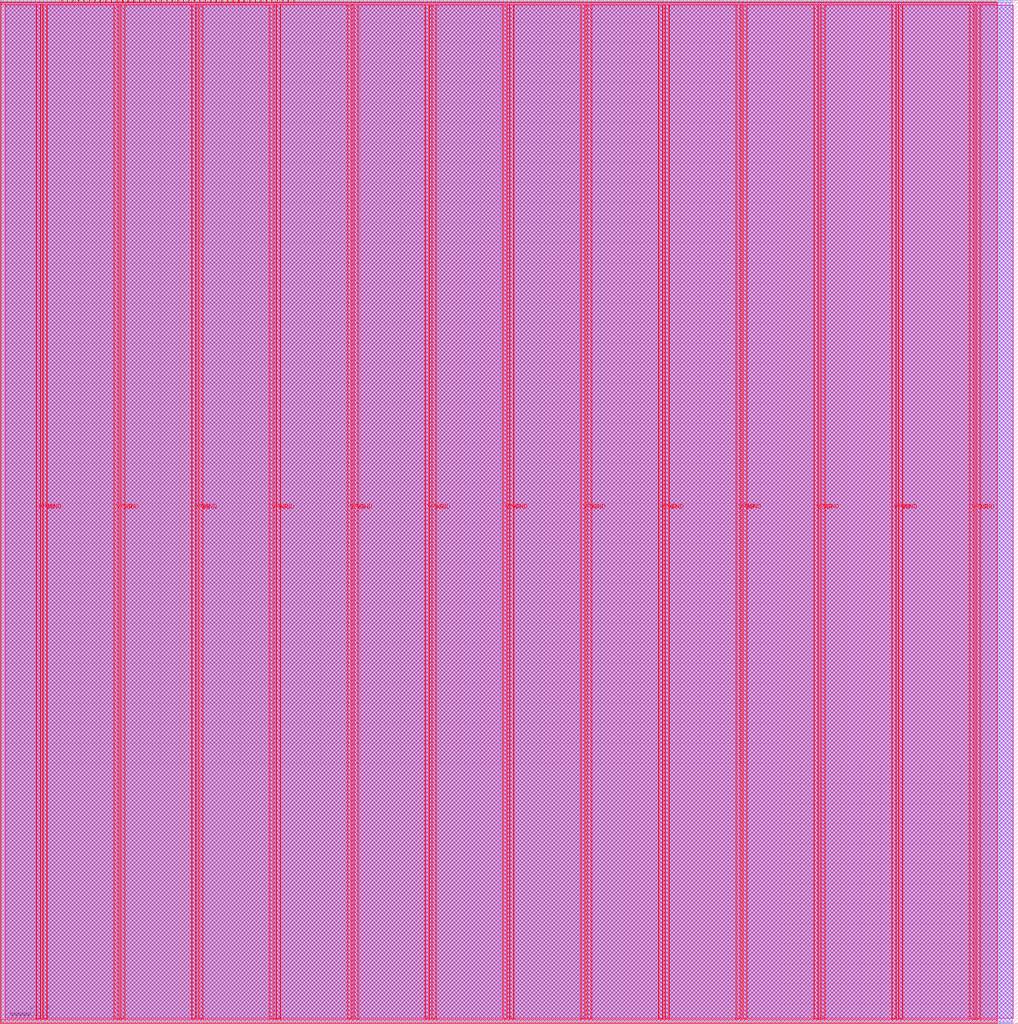
<source format=lef>
VERSION 5.7 ;
  NOWIREEXTENSIONATPIN ON ;
  DIVIDERCHAR "/" ;
  BUSBITCHARS "[]" ;
MACRO tt_um_tv_b_gone
  CLASS BLOCK ;
  FOREIGN tt_um_tv_b_gone ;
  ORIGIN 0.000 0.000 ;
  SIZE 508.760 BY 511.360 ;
  PIN VGND
    DIRECTION INOUT ;
    USE GROUND ;
    PORT
      LAYER met4 ;
        RECT 21.580 2.480 23.180 508.880 ;
    END
    PORT
      LAYER met4 ;
        RECT 60.450 2.480 62.050 508.880 ;
    END
    PORT
      LAYER met4 ;
        RECT 99.320 2.480 100.920 508.880 ;
    END
    PORT
      LAYER met4 ;
        RECT 138.190 2.480 139.790 508.880 ;
    END
    PORT
      LAYER met4 ;
        RECT 177.060 2.480 178.660 508.880 ;
    END
    PORT
      LAYER met4 ;
        RECT 215.930 2.480 217.530 508.880 ;
    END
    PORT
      LAYER met4 ;
        RECT 254.800 2.480 256.400 508.880 ;
    END
    PORT
      LAYER met4 ;
        RECT 293.670 2.480 295.270 508.880 ;
    END
    PORT
      LAYER met4 ;
        RECT 332.540 2.480 334.140 508.880 ;
    END
    PORT
      LAYER met4 ;
        RECT 371.410 2.480 373.010 508.880 ;
    END
    PORT
      LAYER met4 ;
        RECT 410.280 2.480 411.880 508.880 ;
    END
    PORT
      LAYER met4 ;
        RECT 449.150 2.480 450.750 508.880 ;
    END
    PORT
      LAYER met4 ;
        RECT 488.020 2.480 489.620 508.880 ;
    END
  END VGND
  PIN VPWR
    DIRECTION INOUT ;
    USE POWER ;
    PORT
      LAYER met4 ;
        RECT 18.280 2.480 19.880 508.880 ;
    END
    PORT
      LAYER met4 ;
        RECT 57.150 2.480 58.750 508.880 ;
    END
    PORT
      LAYER met4 ;
        RECT 96.020 2.480 97.620 508.880 ;
    END
    PORT
      LAYER met4 ;
        RECT 134.890 2.480 136.490 508.880 ;
    END
    PORT
      LAYER met4 ;
        RECT 173.760 2.480 175.360 508.880 ;
    END
    PORT
      LAYER met4 ;
        RECT 212.630 2.480 214.230 508.880 ;
    END
    PORT
      LAYER met4 ;
        RECT 251.500 2.480 253.100 508.880 ;
    END
    PORT
      LAYER met4 ;
        RECT 290.370 2.480 291.970 508.880 ;
    END
    PORT
      LAYER met4 ;
        RECT 329.240 2.480 330.840 508.880 ;
    END
    PORT
      LAYER met4 ;
        RECT 368.110 2.480 369.710 508.880 ;
    END
    PORT
      LAYER met4 ;
        RECT 406.980 2.480 408.580 508.880 ;
    END
    PORT
      LAYER met4 ;
        RECT 445.850 2.480 447.450 508.880 ;
    END
    PORT
      LAYER met4 ;
        RECT 484.720 2.480 486.320 508.880 ;
    END
  END VPWR
  PIN clk
    DIRECTION INPUT ;
    USE SIGNAL ;
    ANTENNAGATEAREA 0.852000 ;
    PORT
      LAYER met4 ;
        RECT 143.830 510.360 144.130 511.360 ;
    END
  END clk
  PIN ena
    DIRECTION INPUT ;
    USE SIGNAL ;
    PORT
      LAYER met4 ;
        RECT 146.590 510.360 146.890 511.360 ;
    END
  END ena
  PIN rst_n
    DIRECTION INPUT ;
    USE SIGNAL ;
    ANTENNAGATEAREA 0.196500 ;
    PORT
      LAYER met4 ;
        RECT 141.070 510.360 141.370 511.360 ;
    END
  END rst_n
  PIN ui_in[0]
    DIRECTION INPUT ;
    USE SIGNAL ;
    ANTENNAGATEAREA 0.196500 ;
    PORT
      LAYER met4 ;
        RECT 138.310 510.360 138.610 511.360 ;
    END
  END ui_in[0]
  PIN ui_in[1]
    DIRECTION INPUT ;
    USE SIGNAL ;
    ANTENNAGATEAREA 0.196500 ;
    PORT
      LAYER met4 ;
        RECT 135.550 510.360 135.850 511.360 ;
    END
  END ui_in[1]
  PIN ui_in[2]
    DIRECTION INPUT ;
    USE SIGNAL ;
    PORT
      LAYER met4 ;
        RECT 132.790 510.360 133.090 511.360 ;
    END
  END ui_in[2]
  PIN ui_in[3]
    DIRECTION INPUT ;
    USE SIGNAL ;
    PORT
      LAYER met4 ;
        RECT 130.030 510.360 130.330 511.360 ;
    END
  END ui_in[3]
  PIN ui_in[4]
    DIRECTION INPUT ;
    USE SIGNAL ;
    ANTENNAGATEAREA 0.593700 ;
    ANTENNADIFFAREA 0.434700 ;
    PORT
      LAYER met4 ;
        RECT 127.270 510.360 127.570 511.360 ;
    END
  END ui_in[4]
  PIN ui_in[5]
    DIRECTION INPUT ;
    USE SIGNAL ;
    ANTENNAGATEAREA 0.593700 ;
    ANTENNADIFFAREA 0.434700 ;
    PORT
      LAYER met4 ;
        RECT 124.510 510.360 124.810 511.360 ;
    END
  END ui_in[5]
  PIN ui_in[6]
    DIRECTION INPUT ;
    USE SIGNAL ;
    ANTENNAGATEAREA 0.159000 ;
    PORT
      LAYER met4 ;
        RECT 121.750 510.360 122.050 511.360 ;
    END
  END ui_in[6]
  PIN ui_in[7]
    DIRECTION INPUT ;
    USE SIGNAL ;
    ANTENNAGATEAREA 0.593700 ;
    ANTENNADIFFAREA 0.434700 ;
    PORT
      LAYER met4 ;
        RECT 118.990 510.360 119.290 511.360 ;
    END
  END ui_in[7]
  PIN uio_in[0]
    DIRECTION INPUT ;
    USE SIGNAL ;
    PORT
      LAYER met4 ;
        RECT 116.230 510.360 116.530 511.360 ;
    END
  END uio_in[0]
  PIN uio_in[1]
    DIRECTION INPUT ;
    USE SIGNAL ;
    PORT
      LAYER met4 ;
        RECT 113.470 510.360 113.770 511.360 ;
    END
  END uio_in[1]
  PIN uio_in[2]
    DIRECTION INPUT ;
    USE SIGNAL ;
    PORT
      LAYER met4 ;
        RECT 110.710 510.360 111.010 511.360 ;
    END
  END uio_in[2]
  PIN uio_in[3]
    DIRECTION INPUT ;
    USE SIGNAL ;
    PORT
      LAYER met4 ;
        RECT 107.950 510.360 108.250 511.360 ;
    END
  END uio_in[3]
  PIN uio_in[4]
    DIRECTION INPUT ;
    USE SIGNAL ;
    PORT
      LAYER met4 ;
        RECT 105.190 510.360 105.490 511.360 ;
    END
  END uio_in[4]
  PIN uio_in[5]
    DIRECTION INPUT ;
    USE SIGNAL ;
    PORT
      LAYER met4 ;
        RECT 102.430 510.360 102.730 511.360 ;
    END
  END uio_in[5]
  PIN uio_in[6]
    DIRECTION INPUT ;
    USE SIGNAL ;
    PORT
      LAYER met4 ;
        RECT 99.670 510.360 99.970 511.360 ;
    END
  END uio_in[6]
  PIN uio_in[7]
    DIRECTION INPUT ;
    USE SIGNAL ;
    PORT
      LAYER met4 ;
        RECT 96.910 510.360 97.210 511.360 ;
    END
  END uio_in[7]
  PIN uio_oe[0]
    DIRECTION OUTPUT ;
    USE SIGNAL ;
    PORT
      LAYER met4 ;
        RECT 49.990 510.360 50.290 511.360 ;
    END
  END uio_oe[0]
  PIN uio_oe[1]
    DIRECTION OUTPUT ;
    USE SIGNAL ;
    PORT
      LAYER met4 ;
        RECT 47.230 510.360 47.530 511.360 ;
    END
  END uio_oe[1]
  PIN uio_oe[2]
    DIRECTION OUTPUT ;
    USE SIGNAL ;
    PORT
      LAYER met4 ;
        RECT 44.470 510.360 44.770 511.360 ;
    END
  END uio_oe[2]
  PIN uio_oe[3]
    DIRECTION OUTPUT ;
    USE SIGNAL ;
    PORT
      LAYER met4 ;
        RECT 41.710 510.360 42.010 511.360 ;
    END
  END uio_oe[3]
  PIN uio_oe[4]
    DIRECTION OUTPUT ;
    USE SIGNAL ;
    PORT
      LAYER met4 ;
        RECT 38.950 510.360 39.250 511.360 ;
    END
  END uio_oe[4]
  PIN uio_oe[5]
    DIRECTION OUTPUT ;
    USE SIGNAL ;
    PORT
      LAYER met4 ;
        RECT 36.190 510.360 36.490 511.360 ;
    END
  END uio_oe[5]
  PIN uio_oe[6]
    DIRECTION OUTPUT ;
    USE SIGNAL ;
    PORT
      LAYER met4 ;
        RECT 33.430 510.360 33.730 511.360 ;
    END
  END uio_oe[6]
  PIN uio_oe[7]
    DIRECTION OUTPUT ;
    USE SIGNAL ;
    PORT
      LAYER met4 ;
        RECT 30.670 510.360 30.970 511.360 ;
    END
  END uio_oe[7]
  PIN uio_out[0]
    DIRECTION OUTPUT ;
    USE SIGNAL ;
    PORT
      LAYER met4 ;
        RECT 72.070 510.360 72.370 511.360 ;
    END
  END uio_out[0]
  PIN uio_out[1]
    DIRECTION OUTPUT ;
    USE SIGNAL ;
    PORT
      LAYER met4 ;
        RECT 69.310 510.360 69.610 511.360 ;
    END
  END uio_out[1]
  PIN uio_out[2]
    DIRECTION OUTPUT ;
    USE SIGNAL ;
    PORT
      LAYER met4 ;
        RECT 66.550 510.360 66.850 511.360 ;
    END
  END uio_out[2]
  PIN uio_out[3]
    DIRECTION OUTPUT ;
    USE SIGNAL ;
    PORT
      LAYER met4 ;
        RECT 63.790 510.360 64.090 511.360 ;
    END
  END uio_out[3]
  PIN uio_out[4]
    DIRECTION OUTPUT ;
    USE SIGNAL ;
    PORT
      LAYER met4 ;
        RECT 61.030 510.360 61.330 511.360 ;
    END
  END uio_out[4]
  PIN uio_out[5]
    DIRECTION OUTPUT ;
    USE SIGNAL ;
    PORT
      LAYER met4 ;
        RECT 58.270 510.360 58.570 511.360 ;
    END
  END uio_out[5]
  PIN uio_out[6]
    DIRECTION OUTPUT ;
    USE SIGNAL ;
    PORT
      LAYER met4 ;
        RECT 55.510 510.360 55.810 511.360 ;
    END
  END uio_out[6]
  PIN uio_out[7]
    DIRECTION OUTPUT ;
    USE SIGNAL ;
    PORT
      LAYER met4 ;
        RECT 52.750 510.360 53.050 511.360 ;
    END
  END uio_out[7]
  PIN uo_out[0]
    DIRECTION OUTPUT ;
    USE SIGNAL ;
    ANTENNADIFFAREA 0.445500 ;
    PORT
      LAYER met4 ;
        RECT 94.150 510.360 94.450 511.360 ;
    END
  END uo_out[0]
  PIN uo_out[1]
    DIRECTION OUTPUT ;
    USE SIGNAL ;
    ANTENNAGATEAREA 0.495000 ;
    ANTENNADIFFAREA 1.484000 ;
    PORT
      LAYER met4 ;
        RECT 91.390 510.360 91.690 511.360 ;
    END
  END uo_out[1]
  PIN uo_out[2]
    DIRECTION OUTPUT ;
    USE SIGNAL ;
    ANTENNADIFFAREA 1.593000 ;
    PORT
      LAYER met4 ;
        RECT 88.630 510.360 88.930 511.360 ;
    END
  END uo_out[2]
  PIN uo_out[3]
    DIRECTION OUTPUT ;
    USE SIGNAL ;
    ANTENNAGATEAREA 0.247500 ;
    ANTENNADIFFAREA 0.445500 ;
    PORT
      LAYER met4 ;
        RECT 85.870 510.360 86.170 511.360 ;
    END
  END uo_out[3]
  PIN uo_out[4]
    DIRECTION OUTPUT ;
    USE SIGNAL ;
    ANTENNADIFFAREA 0.445500 ;
    PORT
      LAYER met4 ;
        RECT 83.110 510.360 83.410 511.360 ;
    END
  END uo_out[4]
  PIN uo_out[5]
    DIRECTION OUTPUT ;
    USE SIGNAL ;
    ANTENNADIFFAREA 0.445500 ;
    PORT
      LAYER met4 ;
        RECT 80.350 510.360 80.650 511.360 ;
    END
  END uo_out[5]
  PIN uo_out[6]
    DIRECTION OUTPUT ;
    USE SIGNAL ;
    ANTENNADIFFAREA 0.445500 ;
    PORT
      LAYER met4 ;
        RECT 77.590 510.360 77.890 511.360 ;
    END
  END uo_out[6]
  PIN uo_out[7]
    DIRECTION OUTPUT ;
    USE SIGNAL ;
    ANTENNADIFFAREA 0.445500 ;
    PORT
      LAYER met4 ;
        RECT 74.830 510.360 75.130 511.360 ;
    END
  END uo_out[7]
  OBS
      LAYER nwell ;
        RECT 2.570 2.635 506.190 508.725 ;
      LAYER li1 ;
        RECT 2.760 2.635 506.000 508.725 ;
      LAYER met1 ;
        RECT 0.530 0.720 506.000 510.300 ;
      LAYER met2 ;
        RECT 0.550 0.155 505.910 511.205 ;
      LAYER met3 ;
        RECT 0.270 0.175 505.935 511.185 ;
      LAYER met4 ;
        RECT 0.295 509.960 30.270 510.505 ;
        RECT 31.370 509.960 33.030 510.505 ;
        RECT 34.130 509.960 35.790 510.505 ;
        RECT 36.890 509.960 38.550 510.505 ;
        RECT 39.650 509.960 41.310 510.505 ;
        RECT 42.410 509.960 44.070 510.505 ;
        RECT 45.170 509.960 46.830 510.505 ;
        RECT 47.930 509.960 49.590 510.505 ;
        RECT 50.690 509.960 52.350 510.505 ;
        RECT 53.450 509.960 55.110 510.505 ;
        RECT 56.210 509.960 57.870 510.505 ;
        RECT 58.970 509.960 60.630 510.505 ;
        RECT 61.730 509.960 63.390 510.505 ;
        RECT 64.490 509.960 66.150 510.505 ;
        RECT 67.250 509.960 68.910 510.505 ;
        RECT 70.010 509.960 71.670 510.505 ;
        RECT 72.770 509.960 74.430 510.505 ;
        RECT 75.530 509.960 77.190 510.505 ;
        RECT 78.290 509.960 79.950 510.505 ;
        RECT 81.050 509.960 82.710 510.505 ;
        RECT 83.810 509.960 85.470 510.505 ;
        RECT 86.570 509.960 88.230 510.505 ;
        RECT 89.330 509.960 90.990 510.505 ;
        RECT 92.090 509.960 93.750 510.505 ;
        RECT 94.850 509.960 96.510 510.505 ;
        RECT 97.610 509.960 99.270 510.505 ;
        RECT 100.370 509.960 102.030 510.505 ;
        RECT 103.130 509.960 104.790 510.505 ;
        RECT 105.890 509.960 107.550 510.505 ;
        RECT 108.650 509.960 110.310 510.505 ;
        RECT 111.410 509.960 113.070 510.505 ;
        RECT 114.170 509.960 115.830 510.505 ;
        RECT 116.930 509.960 118.590 510.505 ;
        RECT 119.690 509.960 121.350 510.505 ;
        RECT 122.450 509.960 124.110 510.505 ;
        RECT 125.210 509.960 126.870 510.505 ;
        RECT 127.970 509.960 129.630 510.505 ;
        RECT 130.730 509.960 132.390 510.505 ;
        RECT 133.490 509.960 135.150 510.505 ;
        RECT 136.250 509.960 137.910 510.505 ;
        RECT 139.010 509.960 140.670 510.505 ;
        RECT 141.770 509.960 143.430 510.505 ;
        RECT 144.530 509.960 146.190 510.505 ;
        RECT 147.290 509.960 498.345 510.505 ;
        RECT 0.295 509.280 498.345 509.960 ;
        RECT 0.295 2.080 17.880 509.280 ;
        RECT 20.280 2.080 21.180 509.280 ;
        RECT 23.580 2.080 56.750 509.280 ;
        RECT 59.150 2.080 60.050 509.280 ;
        RECT 62.450 2.080 95.620 509.280 ;
        RECT 98.020 2.080 98.920 509.280 ;
        RECT 101.320 2.080 134.490 509.280 ;
        RECT 136.890 2.080 137.790 509.280 ;
        RECT 140.190 2.080 173.360 509.280 ;
        RECT 175.760 2.080 176.660 509.280 ;
        RECT 179.060 2.080 212.230 509.280 ;
        RECT 214.630 2.080 215.530 509.280 ;
        RECT 217.930 2.080 251.100 509.280 ;
        RECT 253.500 2.080 254.400 509.280 ;
        RECT 256.800 2.080 289.970 509.280 ;
        RECT 292.370 2.080 293.270 509.280 ;
        RECT 295.670 2.080 328.840 509.280 ;
        RECT 331.240 2.080 332.140 509.280 ;
        RECT 334.540 2.080 367.710 509.280 ;
        RECT 370.110 2.080 371.010 509.280 ;
        RECT 373.410 2.080 406.580 509.280 ;
        RECT 408.980 2.080 409.880 509.280 ;
        RECT 412.280 2.080 445.450 509.280 ;
        RECT 447.850 2.080 448.750 509.280 ;
        RECT 451.150 2.080 484.320 509.280 ;
        RECT 486.720 2.080 487.620 509.280 ;
        RECT 490.020 2.080 498.345 509.280 ;
        RECT 0.295 0.175 498.345 2.080 ;
  END
END tt_um_tv_b_gone
END LIBRARY


</source>
